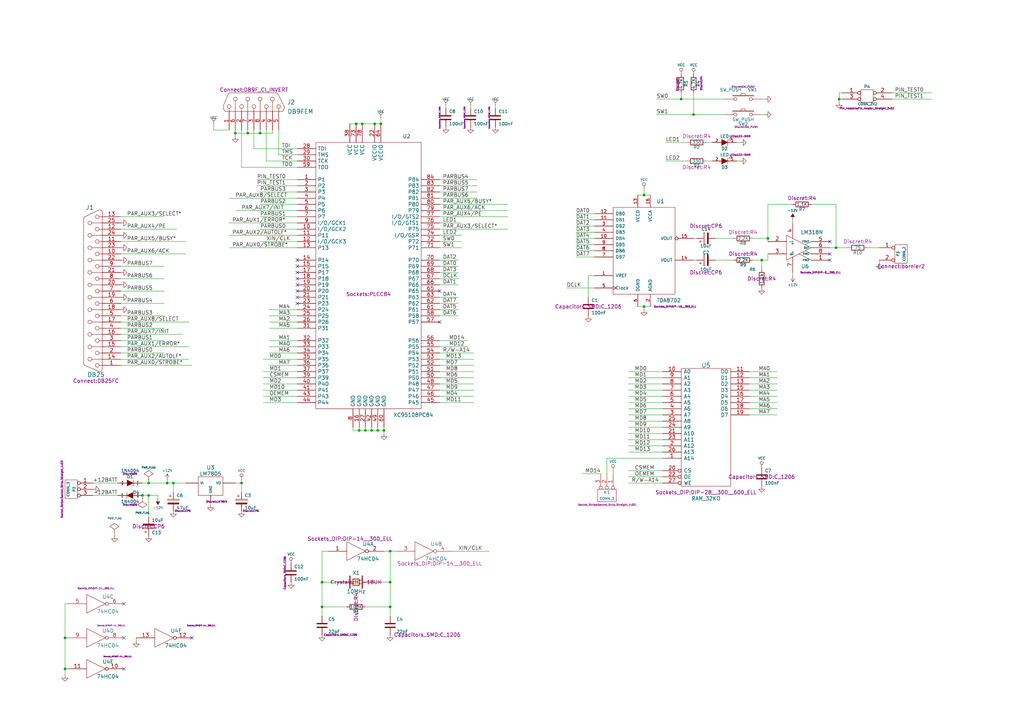
<source format=kicad_sch>
(kicad_sch (version 20230121) (generator eeschema)
  (paper "A3")
  (title_block (title "XC95108PC84 EXPERIMENTATION BOARD") (date "Sun 22 Mar 2015"))
  (junction (at 132.08 238.76))
  (junction (at 314.96 97.79))
  (junction (at 160.02 248.92))
  (junction (at 26.67 261.62))
  (junction (at 149.86 176.53))
  (junction (at 152.4 176.53))
  (junction (at 99.06 198.12))
  (junction (at 153.67 50.8))
  (junction (at 284.48 46.99))
  (junction (at 344.17 40.64))
  (junction (at 148.59 50.8))
  (junction (at 26.67 274.32))
  (junction (at 146.05 50.8))
  (junction (at 342.9 101.6))
  (junction (at 154.94 176.53))
  (junction (at 60.96 198.12))
  (junction (at 279.4 40.64))
  (junction (at 101.6 54.61))
  (junction (at 264.16 80.01))
  (junction (at 147.32 176.53))
  (junction (at 157.48 176.53))
  (junction (at 60.96 203.2))
  (junction (at 71.12 198.12))
  (junction (at 58.42 203.2))
  (junction (at 160.02 226.06))
  (junction (at 68.58 198.12))
  (junction (at 312.42 106.68))
  (junction (at 156.21 50.8))
  (junction (at 106.68 54.61))
  (junction (at 132.08 248.92))
  (junction (at 160.02 238.76))
  (junction (at 96.52 54.61))
  (junction (at 264.16 125.73))
  (no_connect (at 121.92 109.22))
  (no_connect (at 180.34 119.38))
  (no_connect (at 121.92 106.68))
  (no_connect (at 340.36 99.06))
  (no_connect (at 50.8 261.62))
  (no_connect (at 121.92 114.3))
  (no_connect (at 121.92 116.84))
  (no_connect (at 121.92 124.46))
  (no_connect (at 180.34 132.08))
  (no_connect (at 121.92 121.92))
  (no_connect (at 340.36 104.14))
  (no_connect (at 121.92 111.76))
  (no_connect (at 50.8 274.32))
  (no_connect (at 121.92 119.38))
  (no_connect (at 50.8 247.65))
  (no_connect (at 340.36 106.68))
  (no_connect (at 78.74 261.62))
  (wire (pts (xy 189.23 96.52) (xy 180.34 96.52)))
  (wire (pts (xy 271.78 193.04) (xy 257.81 193.04)))
  (wire (pts (xy 180.34 88.9) (xy 208.28 88.9)))
  (wire (pts (xy 49.53 132.08) (xy 77.47 132.08)))
  (wire (pts (xy 340.36 101.6) (xy 342.9 101.6)))
  (wire (pts (xy 271.78 160.02) (xy 257.81 160.02)))
  (wire (pts (xy 312.42 106.68) (xy 314.96 106.68)))
  (wire (pts (xy 142.24 248.92) (xy 132.08 248.92)))
  (wire (pts (xy 302.26 58.42) (xy 303.53 58.42)))
  (wire (pts (xy 271.78 180.34) (xy 257.81 180.34)))
  (wire (pts (xy 160.02 226.06) (xy 162.56 226.06)))
  (wire (pts (xy 99.06 198.12) (xy 99.06 201.93)))
  (wire (pts (xy 104.14 60.96) (xy 104.14 53.34)))
  (wire (pts (xy 121.92 63.5) (xy 114.3 63.5)))
  (wire (pts (xy 99.06 196.85) (xy 99.06 198.12)))
  (wire (pts (xy 132.08 248.92) (xy 132.08 252.73)))
  (wire (pts (xy 271.78 198.12) (xy 257.81 198.12)))
  (wire (pts (xy 194.31 154.94) (xy 180.34 154.94)))
  (wire (pts (xy 194.31 149.86) (xy 180.34 149.86)))
  (wire (pts (xy 87.63 53.34) (xy 93.98 53.34)))
  (wire (pts (xy 344.17 40.64) (xy 344.17 41.91)))
  (wire (pts (xy 312.42 46.99) (xy 313.69 46.99)))
  (wire (pts (xy 67.31 144.78) (xy 49.53 144.78)))
  (wire (pts (xy 251.46 193.04) (xy 251.46 194.31)))
  (wire (pts (xy 110.49 134.62) (xy 121.92 134.62)))
  (wire (pts (xy 203.2 43.18) (xy 203.2 44.45)))
  (wire (pts (xy 246.38 194.31) (xy 238.76 194.31)))
  (wire (pts (xy 26.67 247.65) (xy 26.67 261.62)))
  (wire (pts (xy 99.06 68.58) (xy 121.92 68.58)))
  (wire (pts (xy 307.34 154.94) (xy 318.77 154.94)))
  (wire (pts (xy 344.17 38.1) (xy 344.17 40.64)))
  (wire (pts (xy 342.9 101.6) (xy 347.98 101.6)))
  (wire (pts (xy 243.84 100.33) (xy 236.22 100.33)))
  (wire (pts (xy 194.31 162.56) (xy 180.34 162.56)))
  (wire (pts (xy 46.99 219.71) (xy 46.99 218.44)))
  (wire (pts (xy 86.36 207.01) (xy 86.36 205.74)))
  (wire (pts (xy 154.94 176.53) (xy 157.48 176.53)))
  (wire (pts (xy 292.1 58.42) (xy 289.56 58.42)))
  (wire (pts (xy 307.34 162.56) (xy 318.77 162.56)))
  (wire (pts (xy 261.62 125.73) (xy 264.16 125.73)))
  (wire (pts (xy 314.96 83.82) (xy 314.96 97.79)))
  (wire (pts (xy 96.52 86.36) (xy 121.92 86.36)))
  (wire (pts (xy 149.86 176.53) (xy 152.4 176.53)))
  (wire (pts (xy 27.94 261.62) (xy 26.67 261.62)))
  (wire (pts (xy 271.78 195.58) (xy 257.81 195.58)))
  (wire (pts (xy 344.17 38.1) (xy 345.44 38.1)))
  (wire (pts (xy 160.02 248.92) (xy 149.86 248.92)))
  (wire (pts (xy 271.78 157.48) (xy 257.81 157.48)))
  (wire (pts (xy 243.84 90.17) (xy 236.22 90.17)))
  (wire (pts (xy 58.42 203.2) (xy 60.96 203.2)))
  (wire (pts (xy 185.42 226.06) (xy 200.66 226.06)))
  (wire (pts (xy 67.31 124.46) (xy 49.53 124.46)))
  (wire (pts (xy 68.58 196.85) (xy 68.58 198.12)))
  (wire (pts (xy 87.63 53.34) (xy 87.63 50.8)))
  (wire (pts (xy 307.34 157.48) (xy 318.77 157.48)))
  (wire (pts (xy 300.99 106.68) (xy 293.37 106.68)))
  (wire (pts (xy 38.1 198.12) (xy 48.26 198.12)))
  (wire (pts (xy 96.52 53.34) (xy 96.52 54.61)))
  (wire (pts (xy 191.77 142.24) (xy 180.34 142.24)))
  (wire (pts (xy 111.76 54.61) (xy 111.76 53.34)))
  (wire (pts (xy 26.67 274.32) (xy 27.94 274.32)))
  (wire (pts (xy 105.41 76.2) (xy 121.92 76.2)))
  (wire (pts (xy 121.92 91.44) (xy 93.98 91.44)))
  (wire (pts (xy 121.92 66.04) (xy 109.22 66.04)))
  (wire (pts (xy 157.48 176.53) (xy 157.48 177.8)))
  (wire (pts (xy 149.86 175.26) (xy 149.86 176.53)))
  (wire (pts (xy 147.32 175.26) (xy 147.32 176.53)))
  (wire (pts (xy 58.42 204.47) (xy 58.42 203.2)))
  (wire (pts (xy 187.96 129.54) (xy 180.34 129.54)))
  (wire (pts (xy 157.48 175.26) (xy 157.48 176.53)))
  (wire (pts (xy 106.68 54.61) (xy 111.76 54.61)))
  (wire (pts (xy 189.23 91.44) (xy 180.34 91.44)))
  (wire (pts (xy 93.98 101.6) (xy 121.92 101.6)))
  (wire (pts (xy 191.77 139.7) (xy 180.34 139.7)))
  (wire (pts (xy 195.58 73.66) (xy 180.34 73.66)))
  (wire (pts (xy 114.3 63.5) (xy 114.3 53.34)))
  (wire (pts (xy 48.26 203.2) (xy 38.1 203.2)))
  (wire (pts (xy 180.34 86.36) (xy 208.28 86.36)))
  (wire (pts (xy 67.31 119.38) (xy 49.53 119.38)))
  (wire (pts (xy 345.44 40.64) (xy 344.17 40.64)))
  (wire (pts (xy 187.96 121.92) (xy 180.34 121.92)))
  (wire (pts (xy 187.96 127) (xy 180.34 127)))
  (wire (pts (xy 153.67 50.8) (xy 156.21 50.8)))
  (wire (pts (xy 243.84 105.41) (xy 236.22 105.41)))
  (wire (pts (xy 110.49 127) (xy 121.92 127)))
  (wire (pts (xy 60.96 203.2) (xy 60.96 212.09)))
  (wire (pts (xy 60.96 198.12) (xy 68.58 198.12)))
  (wire (pts (xy 121.92 157.48) (xy 107.95 157.48)))
  (wire (pts (xy 93.98 81.28) (xy 121.92 81.28)))
  (wire (pts (xy 121.92 60.96) (xy 104.14 60.96)))
  (wire (pts (xy 109.22 66.04) (xy 109.22 53.34)))
  (wire (pts (xy 271.78 182.88) (xy 257.81 182.88)))
  (wire (pts (xy 156.21 50.8) (xy 156.21 48.26)))
  (wire (pts (xy 194.31 152.4) (xy 180.34 152.4)))
  (wire (pts (xy 292.1 66.04) (xy 289.56 66.04)))
  (wire (pts (xy 132.08 226.06) (xy 134.62 226.06)))
  (wire (pts (xy 325.12 90.17) (xy 325.12 91.44)))
  (wire (pts (xy 121.92 147.32) (xy 107.95 147.32)))
  (wire (pts (xy 243.84 95.25) (xy 236.22 95.25)))
  (wire (pts (xy 67.31 88.9) (xy 49.53 88.9)))
  (wire (pts (xy 271.78 162.56) (xy 257.81 162.56)))
  (wire (pts (xy 279.4 40.64) (xy 297.18 40.64)))
  (wire (pts (xy 194.31 157.48) (xy 180.34 157.48)))
  (wire (pts (xy 243.84 97.79) (xy 236.22 97.79)))
  (wire (pts (xy 264.16 80.01) (xy 266.7 80.01)))
  (wire (pts (xy 189.23 101.6) (xy 180.34 101.6)))
  (wire (pts (xy 121.92 162.56) (xy 107.95 162.56)))
  (wire (pts (xy 60.96 196.85) (xy 60.96 198.12)))
  (wire (pts (xy 121.92 154.94) (xy 107.95 154.94)))
  (wire (pts (xy 152.4 176.53) (xy 154.94 176.53)))
  (wire (pts (xy 308.61 106.68) (xy 312.42 106.68)))
  (wire (pts (xy 271.78 172.72) (xy 257.81 172.72)))
  (wire (pts (xy 106.68 54.61) (xy 106.68 53.34)))
  (wire (pts (xy 110.49 149.86) (xy 121.92 149.86)))
  (wire (pts (xy 121.92 152.4) (xy 107.95 152.4)))
  (wire (pts (xy 269.24 46.99) (xy 284.48 46.99)))
  (wire (pts (xy 189.23 99.06) (xy 180.34 99.06)))
  (wire (pts (xy 307.34 170.18) (xy 318.77 170.18)))
  (wire (pts (xy 194.31 147.32) (xy 180.34 147.32)))
  (wire (pts (xy 264.16 127) (xy 264.16 125.73)))
  (wire (pts (xy 312.42 106.68) (xy 312.42 110.49)))
  (wire (pts (xy 110.49 139.7) (xy 121.92 139.7)))
  (wire (pts (xy 307.34 152.4) (xy 318.77 152.4)))
  (wire (pts (xy 49.53 149.86) (xy 78.74 149.86)))
  (wire (pts (xy 147.32 176.53) (xy 149.86 176.53)))
  (wire (pts (xy 264.16 80.01) (xy 264.16 77.47)))
  (wire (pts (xy 67.31 109.22) (xy 49.53 109.22)))
  (wire (pts (xy 96.52 54.61) (xy 101.6 54.61)))
  (wire (pts (xy 55.88 262.89) (xy 55.88 261.62)))
  (wire (pts (xy 307.34 167.64) (xy 318.77 167.64)))
  (wire (pts (xy 187.96 109.22) (xy 180.34 109.22)))
  (wire (pts (xy 180.34 93.98) (xy 208.28 93.98)))
  (wire (pts (xy 281.94 58.42) (xy 273.05 58.42)))
  (wire (pts (xy 271.78 154.94) (xy 257.81 154.94)))
  (wire (pts (xy 243.84 113.03) (xy 241.3 113.03)))
  (wire (pts (xy 365.76 40.64) (xy 382.27 40.64)))
  (wire (pts (xy 144.78 175.26) (xy 144.78 176.53)))
  (wire (pts (xy 26.67 261.62) (xy 26.67 274.32)))
  (wire (pts (xy 101.6 54.61) (xy 106.68 54.61)))
  (wire (pts (xy 187.96 106.68) (xy 180.34 106.68)))
  (wire (pts (xy 194.31 160.02) (xy 180.34 160.02)))
  (wire (pts (xy 365.76 38.1) (xy 382.27 38.1)))
  (wire (pts (xy 26.67 274.32) (xy 26.67 276.86)))
  (wire (pts (xy 195.58 76.2) (xy 180.34 76.2)))
  (wire (pts (xy 26.67 247.65) (xy 27.94 247.65)))
  (wire (pts (xy 241.3 113.03) (xy 241.3 121.92)))
  (wire (pts (xy 67.31 139.7) (xy 49.53 139.7)))
  (wire (pts (xy 285.75 97.79) (xy 284.48 97.79)))
  (wire (pts (xy 49.53 99.06) (xy 76.2 99.06)))
  (wire (pts (xy 49.53 147.32) (xy 77.47 147.32)))
  (wire (pts (xy 110.49 144.78) (xy 121.92 144.78)))
  (wire (pts (xy 67.31 114.3) (xy 49.53 114.3)))
  (wire (pts (xy 314.96 97.79) (xy 314.96 99.06)))
  (wire (pts (xy 101.6 53.34) (xy 101.6 54.61)))
  (wire (pts (xy 271.78 170.18) (xy 257.81 170.18)))
  (wire (pts (xy 342.9 83.82) (xy 342.9 101.6)))
  (wire (pts (xy 144.78 176.53) (xy 147.32 176.53)))
  (wire (pts (xy 64.77 203.2) (xy 64.77 204.47)))
  (wire (pts (xy 105.41 73.66) (xy 121.92 73.66)))
  (wire (pts (xy 195.58 78.74) (xy 180.34 78.74)))
  (wire (pts (xy 49.53 137.16) (xy 74.93 137.16)))
  (wire (pts (xy 71.12 198.12) (xy 71.12 201.93)))
  (wire (pts (xy 187.96 114.3) (xy 180.34 114.3)))
  (wire (pts (xy 271.78 165.1) (xy 257.81 165.1)))
  (wire (pts (xy 71.12 198.12) (xy 76.2 198.12)))
  (wire (pts (xy 271.78 185.42) (xy 257.81 185.42)))
  (wire (pts (xy 243.84 118.11) (xy 232.41 118.11)))
  (wire (pts (xy 271.78 187.96) (xy 248.92 187.96)))
  (wire (pts (xy 99.06 198.12) (xy 96.52 198.12)))
  (wire (pts (xy 187.96 124.46) (xy 180.34 124.46)))
  (wire (pts (xy 182.88 44.45) (xy 182.88 43.18)))
  (wire (pts (xy 187.96 116.84) (xy 180.34 116.84)))
  (wire (pts (xy 49.53 142.24) (xy 77.47 142.24)))
  (wire (pts (xy 284.48 46.99) (xy 297.18 46.99)))
  (wire (pts (xy 307.34 165.1) (xy 318.77 165.1)))
  (wire (pts (xy 325.12 113.03) (xy 325.12 111.76)))
  (wire (pts (xy 143.51 50.8) (xy 146.05 50.8)))
  (wire (pts (xy 160.02 238.76) (xy 160.02 248.92)))
  (wire (pts (xy 248.92 187.96) (xy 248.92 194.31)))
  (wire (pts (xy 99.06 53.34) (xy 99.06 68.58)))
  (wire (pts (xy 314.96 106.68) (xy 314.96 104.14)))
  (wire (pts (xy 110.49 132.08) (xy 121.92 132.08)))
  (wire (pts (xy 58.42 198.12) (xy 60.96 198.12)))
  (wire (pts (xy 67.31 129.54) (xy 49.53 129.54)))
  (wire (pts (xy 132.08 226.06) (xy 132.08 238.76)))
  (wire (pts (xy 121.92 160.02) (xy 107.95 160.02)))
  (wire (pts (xy 194.31 165.1) (xy 180.34 165.1)))
  (wire (pts (xy 284.48 46.99) (xy 284.48 38.1)))
  (wire (pts (xy 160.02 226.06) (xy 160.02 238.76)))
  (wire (pts (xy 152.4 175.26) (xy 152.4 176.53)))
  (wire (pts (xy 360.68 107.95) (xy 360.68 106.68)))
  (wire (pts (xy 195.58 81.28) (xy 180.34 81.28)))
  (wire (pts (xy 285.75 106.68) (xy 284.48 106.68)))
  (wire (pts (xy 307.34 160.02) (xy 318.77 160.02)))
  (wire (pts (xy 148.59 50.8) (xy 153.67 50.8)))
  (wire (pts (xy 332.74 83.82) (xy 342.9 83.82)))
  (wire (pts (xy 153.67 238.76) (xy 160.02 238.76)))
  (wire (pts (xy 271.78 175.26) (xy 257.81 175.26)))
  (wire (pts (xy 264.16 125.73) (xy 266.7 125.73)))
  (wire (pts (xy 187.96 111.76) (xy 180.34 111.76)))
  (wire (pts (xy 154.94 175.26) (xy 154.94 176.53)))
  (wire (pts (xy 243.84 92.71) (xy 236.22 92.71)))
  (wire (pts (xy 121.92 88.9) (xy 106.68 88.9)))
  (wire (pts (xy 355.6 101.6) (xy 360.68 101.6)))
  (wire (pts (xy 121.92 83.82) (xy 106.68 83.82)))
  (wire (pts (xy 279.4 38.1) (xy 279.4 40.64)))
  (wire (pts (xy 269.24 40.64) (xy 279.4 40.64)))
  (wire (pts (xy 96.52 54.61) (xy 96.52 55.88)))
  (wire (pts (xy 110.49 129.54) (xy 121.92 129.54)))
  (wire (pts (xy 308.61 97.79) (xy 314.96 97.79)))
  (wire (pts (xy 271.78 152.4) (xy 257.81 152.4)))
  (wire (pts (xy 68.58 198.12) (xy 71.12 198.12)))
  (wire (pts (xy 313.69 40.64) (xy 312.42 40.64)))
  (wire (pts (xy 271.78 177.8) (xy 257.81 177.8)))
  (wire (pts (xy 106.68 99.06) (xy 121.92 99.06)))
  (wire (pts (xy 132.08 238.76) (xy 138.43 238.76)))
  (wire (pts (xy 271.78 167.64) (xy 257.81 167.64)))
  (wire (pts (xy 121.92 78.74) (xy 106.68 78.74)))
  (wire (pts (xy 180.34 83.82) (xy 208.28 83.82)))
  (wire (pts (xy 132.08 238.76) (xy 132.08 248.92)))
  (wire (pts (xy 194.31 144.78) (xy 180.34 144.78)))
  (wire (pts (xy 243.84 87.63) (xy 236.22 87.63)))
  (wire (pts (xy 303.53 66.04) (xy 302.26 66.04)))
  (wire (pts (xy 60.96 203.2) (xy 64.77 203.2)))
  (wire (pts (xy 193.04 43.18) (xy 193.04 44.45)))
  (wire (pts (xy 121.92 96.52) (xy 93.98 96.52)))
  (wire (pts (xy 49.53 104.14) (xy 76.2 104.14)))
  (wire (pts (xy 293.37 97.79) (xy 300.99 97.79)))
  (wire (pts (xy 157.48 226.06) (xy 160.02 226.06)))
  (wire (pts (xy 49.53 93.98) (xy 72.39 93.98)))
  (wire (pts (xy 160.02 248.92) (xy 160.02 252.73)))
  (wire (pts (xy 121.92 93.98) (xy 106.68 93.98)))
  (wire (pts (xy 110.49 142.24) (xy 121.92 142.24)))
  (wire (pts (xy 67.31 134.62) (xy 49.53 134.62)))
  (wire (pts (xy 281.94 66.04) (xy 273.05 66.04)))
  (wire (pts (xy 261.62 80.01) (xy 264.16 80.01)))
  (wire (pts (xy 314.96 83.82) (xy 325.12 83.82)))
  (wire (pts (xy 243.84 102.87) (xy 236.22 102.87)))
  (wire (pts (xy 146.05 50.8) (xy 148.59 50.8)))
  (wire (pts (xy 121.92 165.1) (xy 107.95 165.1)))
  (label "MD1" (at 260.35 154.94 0) (effects (font (size 1.524 1.524))))
  (label "MA5" (at 114.3 134.62 0) (effects (font (size 1.524 1.524))))
  (label "MA7" (at 311.15 170.18 0) (effects (font (size 1.524 1.524))))
  (label "DAT7" (at 236.22 105.41 0) (effects (font (size 1.524 1.524))))
  (label "MD14" (at 184.15 139.7 0) (effects (font (size 1.524 1.524))))
  (label "MD14" (at 240.03 194.31 0) (effects (font (size 1.524 1.524))))
  (label "MA7" (at 114.3 149.86 0) (effects (font (size 1.524 1.524))))
  (label "MD5" (at 260.35 165.1 0) (effects (font (size 1.524 1.524))))
  (label "MA5" (at 311.15 165.1 0) (effects (font (size 1.524 1.524))))
  (label "MD4" (at 260.35 162.56 0) (effects (font (size 1.524 1.524))))
  (label "TMS" (at 115.57 63.5 0) (effects (font (size 1.524 1.524))))
  (label "MA0" (at 114.3 142.24 0) (effects (font (size 1.524 1.524))))
  (label "PARBUS7" (at 181.61 78.74 0) (effects (font (size 1.524 1.524))))
  (label "DAT6" (at 181.61 129.54 0) (effects (font (size 1.524 1.524))))
  (label "PARBUS7" (at 52.07 109.22 0) (effects (font (size 1.524 1.524))))
  (label "R/W-A14" (at 181.61 144.78 0) (effects (font (size 1.524 1.524))))
  (label "MD3" (at 260.35 160.02 0) (effects (font (size 1.524 1.524))))
  (label "LED1" (at 273.05 58.42 0) (effects (font (size 1.524 1.524))))
  (label "PAR_AUX6/ACK" (at 52.07 104.14 0) (effects (font (size 1.524 1.524))))
  (label "PAR_AUX6/ACK" (at 181.61 86.36 0) (effects (font (size 1.524 1.524))))
  (label "DAT1" (at 181.61 116.84 0) (effects (font (size 1.524 1.524))))
  (label "PAR_AUX4/PE" (at 181.61 88.9 0) (effects (font (size 1.524 1.524))))
  (label "DAT5" (at 236.22 100.33 0) (effects (font (size 1.524 1.524))))
  (label "PARBUS5" (at 181.61 76.2 0) (effects (font (size 1.524 1.524))))
  (label "PAR_AUX3/SELECT*" (at 52.07 88.9 0) (effects (font (size 1.524 1.524))))
  (label "PARBUS0" (at 106.68 93.98 0) (effects (font (size 1.524 1.524))))
  (label "CSMEM" (at 260.35 193.04 0) (effects (font (size 1.524 1.524))))
  (label "MA2" (at 114.3 132.08 0) (effects (font (size 1.524 1.524))))
  (label "PAR_AUX5/BUSY*" (at 181.61 83.82 0) (effects (font (size 1.524 1.524))))
  (label "PAR_AUX2/AUTOLF*" (at 95.25 96.52 0) (effects (font (size 1.524 1.524))))
  (label "MD11" (at 260.35 180.34 0) (effects (font (size 1.524 1.524))))
  (label "MD1" (at 110.49 152.4 0) (effects (font (size 1.524 1.524))))
  (label "PAR_AUX1/ERROR*" (at 95.25 91.44 0) (effects (font (size 1.524 1.524))))
  (label "MA3" (at 114.3 129.54 0) (effects (font (size 1.524 1.524))))
  (label "MD8" (at 260.35 172.72 0) (effects (font (size 1.524 1.524))))
  (label "DAT3" (at 236.22 95.25 0) (effects (font (size 1.524 1.524))))
  (label "SW1" (at 181.61 101.6 0) (effects (font (size 1.524 1.524))))
  (label "PARBUS6" (at 181.61 81.28 0) (effects (font (size 1.524 1.524))))
  (label "MD11" (at 182.88 165.1 0) (effects (font (size 1.524 1.524))))
  (label "LED2" (at 273.05 66.04 0) (effects (font (size 1.524 1.524))))
  (label "MA4" (at 114.3 127 0) (effects (font (size 1.524 1.524))))
  (label "SW1" (at 269.24 46.99 0) (effects (font (size 1.524 1.524))))
  (label "MD7" (at 182.88 149.86 0) (effects (font (size 1.524 1.524))))
  (label "TDO" (at 115.57 68.58 0) (effects (font (size 1.524 1.524))))
  (label "PAR_AUX7/INIT" (at 52.07 137.16 0) (effects (font (size 1.524 1.524))))
  (label "OEMEM" (at 260.35 195.58 0) (effects (font (size 1.524 1.524))))
  (label "PARBUS2" (at 52.07 134.62 0) (effects (font (size 1.524 1.524))))
  (label "PAR_AUX7/INIT" (at 99.06 86.36 0) (effects (font (size 1.524 1.524))))
  (label "MD10" (at 260.35 177.8 0) (effects (font (size 1.524 1.524))))
  (label "DAT2" (at 236.22 92.71 0) (effects (font (size 1.524 1.524))))
  (label "PAR_AUX8/SELECT" (at 52.07 132.08 0) (effects (font (size 1.524 1.524))))
  (label "MD9" (at 260.35 175.26 0) (effects (font (size 1.524 1.524))))
  (label "MA4" (at 311.15 162.56 0) (effects (font (size 1.524 1.524))))
  (label "MD9" (at 182.88 160.02 0) (effects (font (size 1.524 1.524))))
  (label "TDI" (at 115.57 60.96 0) (effects (font (size 1.524 1.524))))
  (label "MA6" (at 114.3 144.78 0) (effects (font (size 1.524 1.524))))
  (label "PAR_AUX0/STROBE*" (at 95.25 101.6 0) (effects (font (size 1.524 1.524))))
  (label "PARBUS4" (at 52.07 124.46 0) (effects (font (size 1.524 1.524))))
  (label "MD2" (at 260.35 157.48 0) (effects (font (size 1.524 1.524))))
  (label "PAR_AUX5/BUSY*" (at 52.07 99.06 0) (effects (font (size 1.524 1.524))))
  (label "PARBUS3" (at 52.07 129.54 0) (effects (font (size 1.524 1.524))))
  (label "MD5" (at 182.88 157.48 0) (effects (font (size 1.524 1.524))))
  (label "MD4" (at 182.88 162.56 0) (effects (font (size 1.524 1.524))))
  (label "MD2" (at 110.49 157.48 0) (effects (font (size 1.524 1.524))))
  (label "DAT5" (at 181.61 127 0) (effects (font (size 1.524 1.524))))
  (label "DCLK" (at 181.61 114.3 0) (effects (font (size 1.524 1.524))))
  (label "R/W-A14" (at 259.08 198.12 0) (effects (font (size 1.524 1.524))))
  (label "PAR_AUX0/STROBE*" (at 52.07 149.86 0) (effects (font (size 1.524 1.524))))
  (label "SW0" (at 269.24 40.64 0) (effects (font (size 1.524 1.524))))
  (label "+12BATT" (at 38.1 198.12 0) (effects (font (size 1.524 1.524))))
  (label "TCK" (at 115.57 66.04 0) (effects (font (size 1.524 1.524))))
  (label "PARBUS6" (at 52.07 114.3 0) (effects (font (size 1.524 1.524))))
  (label "PARBUS2" (at 106.68 83.82 0) (effects (font (size 1.524 1.524))))
  (label "MA0" (at 311.15 152.4 0) (effects (font (size 1.524 1.524))))
  (label "PARBUS1" (at 52.07 139.7 0) (effects (font (size 1.524 1.524))))
  (label "PIN_TEST1" (at 105.41 76.2 0) (effects (font (size 1.524 1.524))))
  (label "MD3" (at 110.49 165.1 0) (effects (font (size 1.524 1.524))))
  (label "MD13" (at 260.35 185.42 0) (effects (font (size 1.524 1.524))))
  (label "LED1" (at 181.61 91.44 0) (effects (font (size 1.524 1.524))))
  (label "DAT7" (at 181.61 124.46 0) (effects (font (size 1.524 1.524))))
  (label "MA2" (at 311.15 157.48 0) (effects (font (size 1.524 1.524))))
  (label "PAR_AUX1/ERROR*" (at 52.07 142.24 0) (effects (font (size 1.524 1.524))))
  (label "XIN/CLK" (at 187.96 226.06 0) (effects (font (size 1.524 1.524))))
  (label "MD0" (at 260.35 152.4 0) (effects (font (size 1.524 1.524))))
  (label "MD6" (at 260.35 167.64 0) (effects (font (size 1.524 1.524))))
  (label "PARBUS0" (at 52.07 144.78 0) (effects (font (size 1.524 1.524))))
  (label "PAR_AUX3/SELECT*" (at 181.61 93.98 0) (effects (font (size 1.524 1.524))))
  (label "MA3" (at 311.15 160.02 0) (effects (font (size 1.524 1.524))))
  (label "PAR_AUX8/SELECT" (at 96.52 81.28 0) (effects (font (size 1.524 1.524))))
  (label "CSMEM" (at 110.49 154.94 0) (effects (font (size 1.524 1.524))))
  (label "SW0" (at 181.61 99.06 0) (effects (font (size 1.524 1.524))))
  (label "MD7" (at 260.35 170.18 0) (effects (font (size 1.524 1.524))))
  (label "MD10" (at 110.49 160.02 0) (effects (font (size 1.524 1.524))))
  (label "DAT2" (at 181.61 106.68 0) (effects (font (size 1.524 1.524))))
  (label "PARBUS3" (at 106.68 78.74 0) (effects (font (size 1.524 1.524))))
  (label "DAT0" (at 236.22 87.63 0) (effects (font (size 1.524 1.524))))
  (label "DAT4" (at 181.61 121.92 0) (effects (font (size 1.524 1.524))))
  (label "PARBUS5" (at 52.07 119.38 0) (effects (font (size 1.524 1.524))))
  (label "MD6" (at 182.88 154.94 0) (effects (font (size 1.524 1.524))))
  (label "PAR_AUX4/PE" (at 52.07 93.98 0) (effects (font (size 1.524 1.524))))
  (label "DAT4" (at 236.22 97.79 0) (effects (font (size 1.524 1.524))))
  (label "MD13" (at 182.88 147.32 0) (effects (font (size 1.524 1.524))))
  (label "DAT1" (at 236.22 90.17 0) (effects (font (size 1.524 1.524))))
  (label "PIN_TEST0" (at 105.41 73.66 0) (effects (font (size 1.524 1.524))))
  (label "-12BATT" (at 38.1 203.2 0) (effects (font (size 1.524 1.524))))
  (label "MD12" (at 184.15 142.24 0) (effects (font (size 1.524 1.524))))
  (label "MA6" (at 311.15 167.64 0) (effects (font (size 1.524 1.524))))
  (label "PARBUS4" (at 181.61 73.66 0) (effects (font (size 1.524 1.524))))
  (label "MD8" (at 182.88 152.4 0) (effects (font (size 1.524 1.524))))
  (label "PARBUS1" (at 106.68 88.9 0) (effects (font (size 1.524 1.524))))
  (label "PIN_TEST1" (at 367.03 40.64 0) (effects (font (size 1.524 1.524))))
  (label "DCLK" (at 232.41 118.11 0) (effects (font (size 1.524 1.524))))
  (label "PAR_AUX2/AUTOLF*" (at 52.07 147.32 0) (effects (font (size 1.524 1.524))))
  (label "OEMEM" (at 110.49 162.56 0) (effects (font (size 1.524 1.524))))
  (label "MA1" (at 114.3 139.7 0) (effects (font (size 1.524 1.524))))
  (label "XIN/CLK" (at 109.22 99.06 0) (effects (font (size 1.524 1.524))))
  (label "MA1" (at 311.15 154.94 0) (effects (font (size 1.524 1.524))))
  (label "MD0" (at 110.49 147.32 0) (effects (font (size 1.524 1.524))))
  (label "DAT3" (at 181.61 111.76 0) (effects (font (size 1.524 1.524))))
  (label "DAT0" (at 181.61 109.22 0) (effects (font (size 1.524 1.524))))
  (label "PIN_TEST0" (at 367.03 38.1 0) (effects (font (size 1.524 1.524))))
  (label "LED2" (at 181.61 96.52 0) (effects (font (size 1.524 1.524))))
  (label "MD12" (at 260.35 182.88 0) (effects (font (size 1.524 1.524))))
  (label "DAT6" (at 236.22 102.87 0) (effects (font (size 1.524 1.524))))
  (symbol (lib_id "carte_test_schlib:TDA8702") (at 264.16 102.87 0) (unit 1)
    (property "Reference" "U1" (at 269.24 82.55 0) (effects (font (size 1.524 1.524)) (justify left)))
    (property "Value" "TDA8702" (at 269.24 123.19 0) (effects (font (size 1.524 1.524)) (justify left)))
    (property "Footprint" "Sockets_DIP:DIP-16__300_ELL" (at 276.86 125.73 0) (effects (font (size 0.762 0.762))))
  )
  (symbol (lib_id "carte_test-rescue:VCC") (at 264.16 77.47 0) (unit 1)
    (property "Reference" "#PWR046" (effects hide))
    (property "Value" "VCC" (at 264.16 73.66 0) (effects (font (size 1.016 1.016))))
  )
  (symbol (lib_id "carte_test-rescue:GND") (at 132.08 260.35 0) (unit 1)
    (property "Reference" "#PWR048" (effects hide))
    (property "Value" "GND" (effects hide))
  )
  (symbol (lib_id "carte_test-rescue:GND") (at 264.16 127 0) (unit 1)
    (property "Reference" "#PWR044" (effects hide))
    (property "Value" "GND" (effects hide))
  )
  (symbol (lib_id "carte_test-rescue:C") (at 241.3 125.73 0) (unit 1)
    (property "Reference" "C1" (at 242.57 123.19 0) (effects (justify left)))
    (property "Value" "100nF" (at 242.57 128.27 0) (effects (justify left)))
    (property "Footprint" "Capacitors_SMD:C_1206" (at 241.3 125.73 0) (effects (font (size 1.524 1.524))))
  )
  (symbol (lib_id "carte_test-rescue:GND") (at 241.3 129.54 0) (unit 1)
    (property "Reference" "#PWR043" (effects hide))
    (property "Value" "GND" (effects hide))
  )
  (symbol (lib_id "carte_test-rescue:CP") (at 289.56 106.68 90) (unit 1)
    (property "Reference" "C2" (at 289.56 102.87 90) (effects (justify bottom)))
    (property "Value" "10uF" (at 289.56 110.49 90))
    (property "Footprint" "Discret:CP6" (at 289.56 111.76 90) (effects (font (size 1.524 1.524))))
  )
  (symbol (lib_id "carte_test-rescue:CP") (at 99.06 205.74 0) (unit 1)
    (property "Reference" "C3" (at 100.33 203.2 0) (effects (justify left)))
    (property "Value" "10uF" (at 100.33 208.28 0) (effects (justify left)))
    (property "Footprint" "Discret:CP6" (at 102.87 209.55 0) (effects (font (size 0.762 0.762))))
  )
  (symbol (lib_id "carte_test-rescue:GND") (at 99.06 209.55 0) (unit 1)
    (property "Reference" "#PWR042" (effects hide))
    (property "Value" "GND" (effects hide))
  )
  (symbol (lib_id "carte_test-rescue:GND") (at 96.52 55.88 0) (unit 1)
    (property "Reference" "#PWR040" (effects hide))
    (property "Value" "GND" (effects hide))
  )
  (symbol (lib_id "carte_test_schlib:CRYSTAL") (at 146.05 238.76 0) (unit 1)
    (property "Reference" "X1" (at 146.05 234.95 0) (effects (font (size 1.524 1.524))))
    (property "Value" "10MHz" (at 146.05 242.57 0) (effects (font (size 1.524 1.524))))
    (property "Footprint" "Crystals:HC-18UH" (at 146.05 238.76 0) (effects (font (size 1.524 1.524))))
  )
  (symbol (lib_id "carte_test-rescue:C") (at 160.02 256.54 0) (unit 1)
    (property "Reference" "C4" (at 162.56 254 0) (effects (justify left)))
    (property "Value" "22pF" (at 162.56 259.08 0) (effects (justify left)))
    (property "Footprint" "Capacitors_SMD:C_1206" (at 175.26 260.35 0) (effects (font (size 1.524 1.524))))
  )
  (symbol (lib_id "carte_test-rescue:R") (at 146.05 248.92 270) (unit 1)
    (property "Reference" "R1" (at 146.05 250.952 90))
    (property "Value" "100K" (at 146.05 248.92 90))
    (property "Footprint" "Discret:R4" (at 146.05 248.92 0) (effects (font (size 1.524 1.524))))
  )
  (symbol (lib_id "carte_test_schlib:LM7805") (at 86.36 199.39 0) (unit 1)
    (property "Reference" "U3" (at 86.36 191.77 0) (effects (font (size 1.524 1.524))))
    (property "Value" "LM7805" (at 86.36 194.31 0) (effects (font (size 1.524 1.524))))
    (property "Footprint" "Discret:LM78XX" (at 88.9 205.74 0) (effects (font (size 0.762 0.762))))
  )
  (symbol (lib_id "carte_test-rescue:GND") (at 86.36 207.01 0) (unit 1)
    (property "Reference" "#PWR038" (effects hide))
    (property "Value" "GND" (effects hide))
  )
  (symbol (lib_id "carte_test-rescue:VCC") (at 99.06 196.85 0) (unit 1)
    (property "Reference" "#PWR037" (effects hide))
    (property "Value" "VCC" (at 99.06 193.04 0) (effects (font (size 1.016 1.016))))
  )
  (symbol (lib_id "carte_test_schlib:CONN_3") (at 29.21 200.66 0) (mirror y) (unit 1)
    (property "Reference" "P2" (at 30.4292 200.66 90) (effects (font (size 1.016 1.016))))
    (property "Value" "CONN_3" (at 27.94 200.66 90) (effects (font (size 1.016 1.016))))
    (property "Footprint" "Socket_Strips:Socket_Strip_Straight_1x03" (at 25.4 200.66 90) (effects (font (size 0.762 0.762))))
  )
  (symbol (lib_id "carte_test-rescue:GND") (at 38.1 200.66 90) (unit 1)
    (property "Reference" "#PWR036" (effects hide))
    (property "Value" "GND" (effects hide))
  )
  (symbol (lib_id "carte_test_schlib:DIODE") (at 53.34 198.12 0) (unit 1)
    (property "Reference" "D1" (at 53.34 195.58 0))
    (property "Value" "1N4004" (at 53.34 193.04 0))
    (property "Footprint" "Discret:D5" (at 53.34 194.31 0) (effects (font (size 0.762 0.762))))
  )
  (symbol (lib_id "carte_test-rescue:CP") (at 71.12 205.74 0) (unit 1)
    (property "Reference" "C6" (at 72.39 203.2 0) (effects (justify left)))
    (property "Value" "47uF" (at 72.39 208.28 0) (effects (justify left)))
    (property "Footprint" "Discret:CP6" (at 74.93 209.55 0) (effects (font (size 0.762 0.762))))
  )
  (symbol (lib_id "carte_test-rescue:GND") (at 71.12 209.55 0) (unit 1)
    (property "Reference" "#PWR035" (effects hide))
    (property "Value" "GND" (effects hide))
  )
  (symbol (lib_id "carte_test_schlib:CONN_2") (at 369.57 104.14 0) (unit 1)
    (property "Reference" "P3" (at 368.3 104.14 90) (effects (font (size 1.016 1.016))))
    (property "Value" "CONN_2" (at 370.84 104.14 90) (effects (font (size 1.016 1.016))))
    (property "Footprint" "Connect:bornier2" (at 369.57 109.22 0) (effects (font (size 1.524 1.524))))
  )
  (symbol (lib_id "carte_test_schlib:PWR_FLAG") (at 46.99 218.44 0) (unit 1)
    (property "Reference" "#FLG032" (effects hide))
    (property "Value" "PWR_FLAG" (at 46.99 212.598 0) (effects (font (size 0.762 0.762))))
  )
  (symbol (lib_id "carte_test_schlib:74HC04") (at 146.05 226.06 0) (unit 1)
    (property "Reference" "U4" (at 151.003 223.139 0) (effects (font (size 1.524 1.524))))
    (property "Value" "74HC04" (at 150.876 229.2096 0) (effects (font (size 1.524 1.524))))
    (property "Footprint" "Sockets_DIP:DIP-14__300_ELL" (at 143.51 220.98 0) (effects (font (size 1.524 1.524))))
  )
  (symbol (lib_id "carte_test_schlib:74HC04") (at 173.99 226.06 0) (unit 2)
    (property "Reference" "U4" (at 178.943 223.139 0) (effects (font (size 1.524 1.524))))
    (property "Value" "74HC04" (at 178.816 229.2096 0) (effects (font (size 1.524 1.524))))
    (property "Footprint" "Sockets_DIP:DIP-14__300_ELL" (at 180.34 231.14 0) (effects (font (size 1.524 1.524))))
  )
  (symbol (lib_id "carte_test_schlib:74HC04") (at 39.37 247.65 0) (unit 3)
    (property "Reference" "U4" (at 44.323 244.729 0) (effects (font (size 1.524 1.524))))
    (property "Value" "74HC04" (at 44.196 250.7996 0) (effects (font (size 1.524 1.524))))
    (property "Footprint" "Sockets_DIP:DIP-14__300_ELL" (at 39.37 241.3 0) (effects (font (size 0.6604 0.6604))))
  )
  (symbol (lib_id "carte_test_schlib:74HC04") (at 39.37 261.62 0) (unit 4)
    (property "Reference" "U4" (at 44.323 258.699 0) (effects (font (size 1.524 1.524))))
    (property "Value" "74HC04" (at 44.196 264.7696 0) (effects (font (size 1.524 1.524))))
    (property "Footprint" "Sockets_DIP:DIP-14__300_ELL" (at 45.72 256.54 0) (effects (font (size 0.508 0.508))))
  )
  (symbol (lib_id "carte_test_schlib:74HC04") (at 39.37 274.32 0) (unit 5)
    (property "Reference" "U4" (at 44.323 271.399 0) (effects (font (size 1.524 1.524))))
    (property "Value" "74HC04" (at 44.196 277.4696 0) (effects (font (size 1.524 1.524))))
    (property "Footprint" "Sockets_DIP:DIP-14__300_ELL" (at 48.26 269.24 0) (effects (font (size 0.508 0.508))))
  )
  (symbol (lib_id "carte_test_schlib:74HC04") (at 67.31 261.62 0) (unit 6)
    (property "Reference" "U4" (at 72.263 258.699 0) (effects (font (size 1.524 1.524))))
    (property "Value" "74HC04" (at 72.136 264.7696 0) (effects (font (size 1.524 1.524))))
    (property "Footprint" "Sockets_DIP:DIP-14__300_ELL" (at 82.55 256.54 0) (effects (font (size 0.508 0.508))))
  )
  (symbol (lib_id "carte_test-rescue:GND") (at 26.67 276.86 0) (unit 1)
    (property "Reference" "#PWR031" (effects hide))
    (property "Value" "GND" (effects hide))
  )
  (symbol (lib_id "carte_test-rescue:GND") (at 55.88 262.89 0) (unit 1)
    (property "Reference" "#PWR030" (effects hide))
    (property "Value" "GND" (effects hide))
  )
  (symbol (lib_id "carte_test_schlib:RAM_32KO") (at 289.56 172.72 0) (unit 1)
    (property "Reference" "U5" (at 289.56 149.86 0) (effects (font (size 1.778 1.778))))
    (property "Value" "RAM_32KO" (at 289.56 204.47 0) (effects (font (size 1.524 1.524))))
    (property "Footprint" "Sockets_DIP:DIP-28__300__600_ELL" (at 289.56 201.93 0) (effects (font (size 1.524 1.524))))
  )
  (symbol (lib_id "carte_test_schlib:CONN_3") (at 248.92 203.2 270) (unit 1)
    (property "Reference" "K1" (at 248.92 201.93 90))
    (property "Value" "CONN_3" (at 248.92 204.47 90) (effects (font (size 1.016 1.016))))
    (property "Footprint" "Socket_Strips:Socket_Strip_Straight_1x03" (at 248.92 207.01 90) (effects (font (size 0.762 0.762))))
  )
  (symbol (lib_id "carte_test-rescue:VCC") (at 251.46 193.04 0) (unit 1)
    (property "Reference" "#PWR029" (effects hide))
    (property "Value" "VCC" (at 251.46 189.23 0) (effects (font (size 1.016 1.016))))
  )
  (symbol (lib_id "carte_test_schlib:DB25") (at 38.1 119.38 0) (mirror y) (unit 1)
    (property "Reference" "J1" (at 36.83 85.09 0) (effects (font (size 1.778 1.778))))
    (property "Value" "DB25" (at 39.37 153.67 0) (effects (font (size 1.778 1.778))))
    (property "Footprint" "Connect:DB25FC" (at 39.37 156.21 0) (effects (font (size 1.524 1.524))))
  )
  (symbol (lib_id "carte_test-rescue:GND") (at 49.53 91.44 90) (unit 1)
    (property "Reference" "#PWR028" (effects hide))
    (property "Value" "GND" (effects hide))
  )
  (symbol (lib_id "carte_test-rescue:C") (at 119.38 234.95 0) (unit 1)
    (property "Reference" "C12" (at 120.65 232.41 0) (effects (justify left)))
    (property "Value" "100nF" (at 120.65 237.49 0) (effects (justify left)))
    (property "Footprint" "Capacitors_SMD:C_1206" (at 116.84 234.95 90) (effects (font (size 0.762 0.762))))
  )
  (symbol (lib_id "carte_test-rescue:VCC") (at 119.38 231.14 0) (unit 1)
    (property "Reference" "#PWR022" (effects hide))
    (property "Value" "VCC" (at 119.38 227.33 0) (effects (font (size 1.016 1.016))))
  )
  (symbol (lib_id "carte_test-rescue:GND") (at 119.38 238.76 0) (unit 1)
    (property "Reference" "#PWR021" (effects hide))
    (property "Value" "GND" (effects hide))
  )
  (symbol (lib_id "carte_test-rescue:R") (at 285.75 66.04 270) (unit 1)
    (property "Reference" "R3" (at 285.75 68.072 90))
    (property "Value" "330" (at 285.75 66.04 90))
    (property "Footprint" "Discret:R4" (at 285.75 68.58 90) (effects (font (size 1.524 1.524))))
  )
  (symbol (lib_id "carte_test-rescue:LED") (at 297.18 66.04 180) (unit 1)
    (property "Reference" "D3" (at 297.18 68.58 0))
    (property "Value" "LED" (at 297.18 63.5 0))
    (property "Footprint" "LEDs:LED-5MM" (at 303.53 63.5 0) (effects (font (size 0.762 0.762))))
  )
  (symbol (lib_id "carte_test-rescue:GND") (at 303.53 66.04 90) (unit 1)
    (property "Reference" "#PWR019" (effects hide))
    (property "Value" "GND" (effects hide))
  )
  (symbol (lib_id "carte_test-rescue:GND") (at 49.53 116.84 90) (unit 1)
    (property "Reference" "#PWR018" (effects hide))
    (property "Value" "GND" (effects hide))
  )
  (symbol (lib_id "carte_test_schlib:SW_PUSH") (at 304.8 40.64 0) (unit 1)
    (property "Reference" "SW1" (at 308.61 36.83 0))
    (property "Value" "SW_PUSH" (at 299.72 36.83 0))
    (property "Footprint" "Discret:SW_PUSH" (at 304.8 35.56 0) (effects (font (size 0.762 0.762))))
  )
  (symbol (lib_id "carte_test_schlib:SW_PUSH") (at 304.8 46.99 0) (unit 1)
    (property "Reference" "SW2" (at 304.8 50.8 0))
    (property "Value" "SW_PUSH" (at 304.8 49.022 0))
    (property "Footprint" "Discret:SW_PUSH" (at 306.07 52.07 0) (effects (font (size 0.762 0.762))))
  )
  (symbol (lib_id "carte_test-rescue:GND") (at 313.69 40.64 90) (unit 1)
    (property "Reference" "#PWR017" (effects hide))
    (property "Value" "GND" (effects hide))
  )
  (symbol (lib_id "carte_test-rescue:GND") (at 313.69 46.99 90) (unit 1)
    (property "Reference" "#PWR016" (effects hide))
    (property "Value" "GND" (effects hide))
  )
  (symbol (lib_id "carte_test-rescue:R") (at 284.48 34.29 0) (unit 1)
    (property "Reference" "R4" (at 286.512 34.29 90))
    (property "Value" "4,7K" (at 284.48 34.29 90))
    (property "Footprint" "Discret:R4" (at 287.6296 34.1376 90) (effects (font (size 0.762 0.762))))
  )
  (symbol (lib_id "carte_test-rescue:R") (at 279.4 34.29 0) (unit 1)
    (property "Reference" "R5" (at 281.432 34.29 90))
    (property "Value" "4,7K" (at 279.4 34.29 90))
    (property "Footprint" "Discret:R4" (at 277.7744 34.4424 90) (effects (font (size 0.762 0.762))))
  )
  (symbol (lib_id "carte_test-rescue:VCC") (at 279.4 30.48 0) (unit 1)
    (property "Reference" "#PWR015" (effects hide))
    (property "Value" "VCC" (at 279.4 26.67 0) (effects (font (size 1.016 1.016))))
  )
  (symbol (lib_id "carte_test-rescue:VCC") (at 284.48 30.48 0) (unit 1)
    (property "Reference" "#PWR014" (effects hide))
    (property "Value" "VCC" (at 284.48 26.67 0) (effects (font (size 1.016 1.016))))
  )
  (symbol (lib_id "carte_test-rescue:GND") (at 49.53 96.52 90) (unit 1)
    (property "Reference" "#PWR013" (effects hide))
    (property "Value" "GND" (effects hide))
  )
  (symbol (lib_id "carte_test-rescue:GND") (at 49.53 101.6 90) (unit 1)
    (property "Reference" "#PWR012" (effects hide))
    (property "Value" "GND" (effects hide))
  )
  (symbol (lib_id "carte_test-rescue:GND") (at 49.53 106.68 90) (unit 1)
    (property "Reference" "#PWR011" (effects hide))
    (property "Value" "GND" (effects hide))
  )
  (symbol (lib_id "carte_test-rescue:GND") (at 49.53 111.76 90) (unit 1)
    (property "Reference" "#PWR010" (effects hide))
    (property "Value" "GND" (effects hide))
  )
  (symbol (lib_id "carte_test-rescue:GND") (at 49.53 121.92 90) (unit 1)
    (property "Reference" "#PWR09" (effects hide))
    (property "Value" "GND" (effects hide))
  )
  (symbol (lib_id "carte_test-rescue:GND") (at 49.53 127 90) (unit 1)
    (property "Reference" "#PWR08" (effects hide))
    (property "Value" "GND" (effects hide))
  )
  (symbol (lib_id "carte_test_schlib:CONN_2X2") (at 355.6 39.37 0) (unit 1)
    (property "Reference" "P4" (at 355.6 35.56 0))
    (property "Value" "CONN_2X2" (at 355.854 42.672 0) (effects (font (size 1.016 1.016))))
    (property "Footprint" "Pin_Headers:Pin_Header_Straight_2x02" (at 355.6 44.45 0) (effects (font (size 0.762 0.762))))
  )
  (symbol (lib_id "carte_test-rescue:GND") (at 344.17 41.91 0) (unit 1)
    (property "Reference" "#PWR07" (effects hide))
    (property "Value" "GND" (effects hide))
  )
  (symbol (lib_id "carte_test-rescue:CP") (at 289.56 97.79 90) (unit 1)
    (property "Reference" "C14" (at 289.56 93.98 90))
    (property "Value" "10uF" (at 289.56 101.6 90) (effects (justify top)))
    (property "Footprint" "Discret:CP6" (at 289.56 92.71 90) (effects (font (size 1.524 1.524))))
  )
  (symbol (lib_id "carte_test-rescue:R") (at 304.8 97.79 270) (unit 1)
    (property "Reference" "R8" (at 304.8 99.822 90))
    (property "Value" "2,2K" (at 304.8 97.79 90))
    (property "Footprint" "Discret:R4" (at 304.8 95.25 90) (effects (font (size 1.524 1.524))))
  )
  (symbol (lib_id "carte_test-rescue:R") (at 304.8 106.68 270) (unit 1)
    (property "Reference" "R9" (at 304.8 108.712 90))
    (property "Value" "2,2K" (at 304.8 106.68 90))
    (property "Footprint" "Discret:R4" (at 304.8 104.14 90) (effects (font (size 1.524 1.524))))
  )
  (symbol (lib_id "carte_test-rescue:R") (at 312.42 114.3 0) (unit 1)
    (property "Reference" "R6" (at 308.61 110.49 0))
    (property "Value" "1,1k" (at 312.42 114.3 90))
    (property "Footprint" "Discret:R4" (at 312.42 114.3 0) (effects (font (size 1.524 1.524))))
  )
  (symbol (lib_id "carte_test-rescue:R") (at 328.93 83.82 270) (unit 1)
    (property "Reference" "R7" (at 328.93 85.852 90))
    (property "Value" "1,1K" (at 328.93 83.82 90))
    (property "Footprint" "Discret:R4" (at 328.93 81.28 90) (effects (font (size 1.524 1.524))))
  )
  (symbol (lib_id "carte_test-rescue:R") (at 351.79 101.6 270) (unit 1)
    (property "Reference" "R10" (at 351.79 103.632 90))
    (property "Value" "75" (at 351.79 101.6 90))
    (property "Footprint" "Discret:R4" (at 351.79 99.06 90) (effects (font (size 1.524 1.524))))
  )
  (symbol (lib_id "carte_test_schlib:LM318N") (at 327.66 101.6 0) (mirror x) (unit 1)
    (property "Reference" "U6" (at 330.2 109.22 0) (effects (font (size 1.524 1.524))))
    (property "Value" "LM318N" (at 332.994 95.2754 0) (effects (font (size 1.524 1.524))))
    (property "Footprint" "Sockets_DIP:DIP-8__300_ELL" (at 336.55 111.76 0) (effects (font (size 0.762 0.762))))
  )
  (symbol (lib_id "carte_test-rescue:GND") (at 312.42 118.11 0) (unit 1)
    (property "Reference" "#PWR06" (effects hide))
    (property "Value" "GND" (effects hide))
  )
  (symbol (lib_id "carte_test-rescue:+12V") (at 68.58 196.85 0) (unit 1)
    (property "Reference" "#PWR05" (effects hide))
    (property "Value" "+12V" (at 68.58 193.04 0) (effects (font (size 1.016 1.016))))
  )
  (symbol (lib_id "carte_test-rescue:+12V") (at 325.12 113.03 0) (mirror x) (unit 1)
    (property "Reference" "#PWR04" (effects hide))
    (property "Value" "+12V" (at 325.12 116.84 0) (effects (font (size 1.016 1.016))))
  )
  (symbol (lib_id "carte_test-rescue:-12V") (at 325.12 90.17 0) (unit 1)
    (property "Reference" "#PWR118" (effects hide))
    (property "Value" "-12V" (at 325.12 86.36 0) (effects (font (size 1.016 1.016))))
  )
  (symbol (lib_id "carte_test-rescue:-12V") (at 64.77 204.47 0) (mirror x) (unit 1)
    (property "Reference" "#PWR139" (effects hide))
    (property "Value" "-12V" (at 64.77 208.28 0) (effects (font (size 1.016 1.016))))
  )
  (symbol (lib_id "carte_test-rescue:CP") (at 60.96 215.9 0) (mirror x) (unit 1)
    (property "Reference" "C13" (at 62.23 218.44 0) (effects (justify left)))
    (property "Value" "10uF" (at 62.23 213.36 0) (effects (justify left)))
    (property "Footprint" "Discret:CP6" (at 60.96 215.9 0) (effects (font (size 1.524 1.524))))
  )
  (symbol (lib_id "carte_test-rescue:GND") (at 60.96 219.71 0) (unit 1)
    (property "Reference" "#PWR03" (effects hide))
    (property "Value" "GND" (effects hide))
  )
  (symbol (lib_id "carte_test_schlib:PWR_FLAG") (at 58.42 204.47 0) (mirror x) (unit 1)
    (property "Reference" "#FLG02" (effects hide))
    (property "Value" "PWR_FLAG" (at 58.42 210.312 0) (effects (font (size 0.762 0.762))))
  )
  (symbol (lib_id "carte_test_schlib:DIODE") (at 53.34 203.2 0) (mirror y) (unit 1)
    (property "Reference" "D4" (at 55.88 201.93 0))
    (property "Value" "1N4004" (at 53.34 205.7146 0))
    (property "Footprint" "Discret:D5" (at 53.34 207.01 0) (effects (font (size 0.762 0.762))))
  )
  (symbol (lib_id "carte_test_schlib:PWR_FLAG") (at 60.96 196.85 0) (unit 1)
    (property "Reference" "#FLG01" (effects hide))
    (property "Value" "PWR_FLAG" (at 60.96 191.77 0) (effects (font (size 0.762 0.762))))
  )
  (symbol (lib_id "carte_test_schlib:DB9") (at 104.14 41.91 270) (mirror x) (unit 1)
    (property "Reference" "J2" (at 119.38 41.91 90) (effects (font (size 1.778 1.778))))
    (property "Value" "DB9FEM" (at 123.19 45.72 90) (effects (font (size 1.778 1.778))))
    (property "Footprint" "Connect:DB9F_CI_INVERT" (at 104.14 36.83 90) (effects (font (size 1.524 1.524))))
  )
  (symbol (lib_id "carte_test-rescue:VCC") (at 87.63 50.8 0) (unit 1)
    (property "Reference" "#PWR041" (effects hide))
    (property "Value" "VCC" (at 87.63 48.26 0) (effects (font (size 1.016 1.016))))
  )
  (symbol (lib_id "carte_test-rescue:VCC") (at 156.21 48.26 0) (unit 1)
    (property "Reference" "#PWR047" (effects hide))
    (property "Value" "VCC" (at 156.21 45.72 0) (effects (font (size 1.016 1.016))))
  )
  (symbol (lib_id "carte_test-rescue:GND") (at 160.02 260.35 0) (unit 1)
    (property "Reference" "#PWR039" (effects hide))
    (property "Value" "GND" (effects hide))
  )
  (symbol (lib_id "carte_test-rescue:GND") (at 157.48 177.8 0) (unit 1)
    (property "Reference" "#PWR045" (effects hide))
    (property "Value" "GND" (effects hide))
  )
  (symbol (lib_id "carte_test-rescue:GND") (at 360.68 107.95 0) (unit 1)
    (property "Reference" "#PWR034" (effects hide))
    (property "Value" "GND" (effects hide))
  )
  (symbol (lib_id "carte_test-rescue:C") (at 132.08 256.54 0) (unit 1)
    (property "Reference" "C5" (at 134.62 254 0) (effects (justify left)))
    (property "Value" "22pF" (at 134.62 259.08 0) (effects (justify left)))
    (property "Footprint" "Capacitors_SMD:C_1206" (at 139.7 260.35 0) (effects (font (size 0.762 0.762))))
  )
  (symbol (lib_id "carte_test-rescue:GND") (at 46.99 219.71 0) (unit 1)
    (property "Reference" "#PWR033" (effects hide))
    (property "Value" "GND" (effects hide))
  )
  (symbol (lib_id "carte_test-rescue:C") (at 203.2 48.26 0) (unit 1)
    (property "Reference" "C11" (at 204.47 45.72 0) (effects (justify left)))
    (property "Value" "100nF" (at 204.47 50.8 0) (effects (justify left)))
    (property "Footprint" "Capacitors_SMD:C_1206" (at 200.66 48.26 90) (effects (font (size 0.508 0.508))))
  )
  (symbol (lib_id "carte_test-rescue:C") (at 312.42 195.58 0) (unit 1)
    (property "Reference" "C7" (at 313.69 193.04 0) (effects (justify left)))
    (property "Value" "100nF" (at 313.69 198.12 0) (effects (justify left)))
    (property "Footprint" "Capacitors_SMD:C_1206" (at 312.42 195.58 0) (effects (font (size 1.524 1.524))))
  )
  (symbol (lib_id "carte_test-rescue:C") (at 193.04 48.26 0) (unit 1)
    (property "Reference" "C10" (at 194.31 45.72 0) (effects (justify left)))
    (property "Value" "100nF" (at 194.31 50.8 0) (effects (justify left)))
    (property "Footprint" "Capacitors_SMD:C_1206" (at 190.5 48.26 90) (effects (font (size 0.508 0.508))))
  )
  (symbol (lib_id "carte_test-rescue:C") (at 182.88 48.26 0) (unit 1)
    (property "Reference" "C8" (at 184.15 45.72 0) (effects (justify left)))
    (property "Value" "100nF" (at 184.15 50.8 0) (effects (justify left)))
    (property "Footprint" "Capacitors_SMD:C_1206" (at 180.34 48.26 90) (effects (font (size 0.508 0.508))))
  )
  (symbol (lib_id "carte_test-rescue:VCC") (at 182.88 43.18 0) (unit 1)
    (property "Reference" "#PWR027" (effects hide))
    (property "Value" "VCC" (at 182.88 40.64 0) (effects (font (size 1.016 1.016))))
  )
  (symbol (lib_id "carte_test-rescue:VCC") (at 193.04 43.18 0) (unit 1)
    (property "Reference" "#PWR026" (effects hide))
    (property "Value" "VCC" (at 193.04 40.64 0) (effects (font (size 1.016 1.016))))
  )
  (symbol (lib_id "carte_test-rescue:VCC") (at 203.2 43.18 0) (unit 1)
    (property "Reference" "#PWR025" (effects hide))
    (property "Value" "VCC" (at 203.2 40.64 0) (effects (font (size 1.016 1.016))))
  )
  (symbol (lib_id "carte_test-rescue:VCC") (at 312.42 191.77 0) (unit 1)
    (property "Reference" "#PWR024" (effects hide))
    (property "Value" "VCC" (at 312.42 187.96 0) (effects (font (size 1.016 1.016))))
  )
  (symbol (lib_id "carte_test-rescue:GND") (at 193.04 52.07 0) (unit 1)
    (property "Reference" "#PWR050" (effects hide))
    (property "Value" "GND" (effects hide))
  )
  (symbol (lib_id "carte_test-rescue:GND") (at 203.2 52.07 0) (unit 1)
    (property "Reference" "#PWR051" (effects hide))
    (property "Value" "GND" (effects hide))
  )
  (symbol (lib_id "carte_test-rescue:GND") (at 182.88 52.07 0) (unit 1)
    (property "Reference" "#PWR049" (effects hide))
    (property "Value" "GND" (effects hide))
  )
  (symbol (lib_id "carte_test-rescue:GND") (at 312.42 199.39 0) (unit 1)
    (property "Reference" "#PWR023" (effects hide))
    (property "Value" "GND" (effects hide))
  )
  (symbol (lib_id "carte_test-rescue:R") (at 285.75 58.42 270) (unit 1)
    (property "Reference" "R2" (at 285.75 60.452 90))
    (property "Value" "330" (at 285.75 58.42 90))
    (property "Footprint" "Discret:R4" (at 285.75 55.88 90) (effects (font (size 1.524 1.524))))
  )
  (symbol (lib_id "carte_test-rescue:LED") (at 297.18 58.42 180) (unit 1)
    (property "Reference" "D2" (at 297.18 60.96 0))
    (property "Value" "LED" (at 297.18 55.88 0))
    (property "Footprint" "LEDs:LED-5MM" (at 303.53 55.88 0) (effects (font (size 0.762 0.762))))
  )
  (symbol (lib_id "carte_test-rescue:GND") (at 303.53 58.42 90) (unit 1)
    (property "Reference" "#PWR020" (effects hide))
    (property "Value" "GND" (effects hide))
  )
  (symbol (lib_id "carte_test_schlib:XC95108PC84") (at 151.13 120.65 0) (unit 1)
    (property "Reference" "U2" (at 165.1 55.88 0) (effects (font (size 1.524 1.524)) (justify left)))
    (property "Value" "XC95108PC84" (at 161.29 170.18 0) (effects (font (size 1.524 1.524)) (justify left)))
    (property "Footprint" "Sockets:PLCC84" (at 151.13 120.65 0) (effects (font (size 1.524 1.524))))
  )
)
</source>
